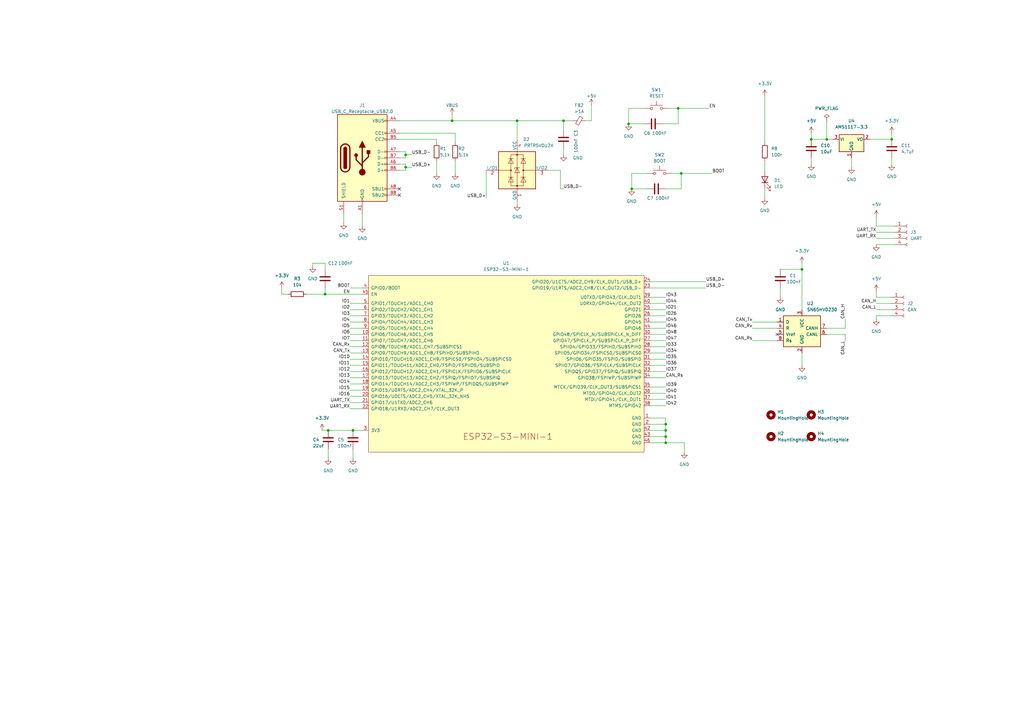
<source format=kicad_sch>
(kicad_sch (version 20211123) (generator eeschema)
  (paper "A3")
  (title_block (title "Remote ID ESP32 S3"))
  (lib_symbols
    (symbol "Connector:Conn_01x04_Female" (pin_names (offset 1.016) hide)
      (property "Reference" "J" (at 0 5.08 0))
      (property "Value" "Conn_01x04_Female" (at 0 -7.62 0))
      (symbol "Conn_01x04_Female_1_1"
        (arc (start 0 -4.572) (mid -0.508 -5.08) (end 0 -5.588) (stroke (width 0.1524)))
        (arc (start 0 -2.032) (mid -0.508 -2.54) (end 0 -3.048) (stroke (width 0.1524)))
        (polyline (pts (xy -1.27 -5.08) (xy -0.508 -5.08)) (stroke (width 0.1524)))
        (polyline (pts (xy -1.27 -2.54) (xy -0.508 -2.54)) (stroke (width 0.1524)))
        (polyline (pts (xy -1.27 0) (xy -0.508 0)) (stroke (width 0.1524)))
        (polyline (pts (xy -1.27 2.54) (xy -0.508 2.54)) (stroke (width 0.1524)))
        (arc (start 0 0.508) (mid -0.508 0) (end 0 -0.508) (stroke (width 0.1524)))
        (arc (start 0 3.048) (mid -0.508 2.54) (end 0 2.032) (stroke (width 0.1524)))
        (pin passive line (at -5.08 2.54 0) (length 3.81) (name "Pin_1") (number "1"))
        (pin passive line (at -5.08 0 0) (length 3.81) (name "Pin_2") (number "2"))
        (pin passive line (at -5.08 -2.54 0) (length 3.81) (name "Pin_3") (number "3"))
        (pin passive line (at -5.08 -5.08 0) (length 3.81) (name "Pin_4") (number "4"))
      )
    )
    (symbol "Connector:USB_C_Receptacle_USB2.0" (pin_names (offset 1.016))
      (property "Reference" "J" (at -10.16 19.05 0))
      (property "Value" "USB_C_Receptacle_USB2.0" (at 19.05 19.05 0))
      (symbol "USB_C_Receptacle_USB2.0_0_0"
        (rectangle (start -0.254 -17.78) (end 0.254 -16.764))
        (rectangle (start 10.16 -14.986) (end 9.144 -15.494))
        (rectangle (start 10.16 -12.446) (end 9.144 -12.954))
        (rectangle (start 10.16 -4.826) (end 9.144 -5.334))
        (rectangle (start 10.16 -2.286) (end 9.144 -2.794))
        (rectangle (start 10.16 0.254) (end 9.144 -0.254))
        (rectangle (start 10.16 2.794) (end 9.144 2.286))
        (rectangle (start 10.16 7.874) (end 9.144 7.366))
        (rectangle (start 10.16 10.414) (end 9.144 9.906))
        (rectangle (start 10.16 15.494) (end 9.144 14.986))
      )
      (symbol "USB_C_Receptacle_USB2.0_0_1"
        (rectangle (start -10.16 17.78) (end 10.16 -17.78) (stroke (width 0.254)) (fill (type background)))
        (arc (start -8.89 -3.81) (mid -6.985 -5.715) (end -5.08 -3.81) (stroke (width 0.508)))
        (arc (start -7.62 -3.81) (mid -6.985 -4.445) (end -6.35 -3.81) (stroke (width 0.254)))
        (arc (start -7.62 -3.81) (mid -6.985 -4.445) (end -6.35 -3.81) (stroke (width 0.254)) (fill (type outline)))
        (rectangle (start -7.62 -3.81) (end -6.35 3.81) (stroke (width 0.254)) (fill (type outline)))
        (arc (start -6.35 3.81) (mid -6.985 4.445) (end -7.62 3.81) (stroke (width 0.254)))
        (arc (start -6.35 3.81) (mid -6.985 4.445) (end -7.62 3.81) (stroke (width 0.254)) (fill (type outline)))
        (arc (start -5.08 3.81) (mid -6.985 5.715) (end -8.89 3.81) (stroke (width 0.508)))
        (circle (center -2.54 1.143) (radius 0.635) (stroke (width 0.254)) (fill (type outline)))
        (circle (center 0 -5.842) (radius 1.27) (fill (type outline)))
        (polyline (pts (xy -8.89 -3.81) (xy -8.89 3.81)) (stroke (width 0.508)))
        (polyline (pts (xy -5.08 3.81) (xy -5.08 -3.81)) (stroke (width 0.508)))
        (polyline (pts (xy 0 -5.842) (xy 0 4.318)) (stroke (width 0.508)))
        (polyline (pts (xy 0 -3.302) (xy -2.54 -0.762) (xy -2.54 0.508)) (stroke (width 0.508)))
        (polyline (pts (xy 0 -2.032) (xy 2.54 0.508) (xy 2.54 1.778)) (stroke (width 0.508)))
        (polyline (pts (xy -1.27 4.318) (xy 0 6.858) (xy 1.27 4.318) (xy -1.27 4.318)) (stroke (width 0.254)) (fill (type outline)))
        (rectangle (start 1.905 1.778) (end 3.175 3.048) (stroke (width 0.254)) (fill (type outline)))
      )
      (symbol "USB_C_Receptacle_USB2.0_1_1"
        (pin passive line (at 0 -22.86 90) (length 5.08) (name "GND") (number "A1"))
        (pin passive line (at 0 -22.86 90) (length 5.08) hide (name "GND") (number "A12"))
        (pin passive line (at 15.24 15.24 180) (length 5.08) (name "VBUS") (number "A4"))
        (pin bidirectional line (at 15.24 10.16 180) (length 5.08) (name "CC1") (number "A5"))
        (pin bidirectional line (at 15.24 -2.54 180) (length 5.08) (name "D+") (number "A6"))
        (pin bidirectional line (at 15.24 2.54 180) (length 5.08) (name "D-") (number "A7"))
        (pin bidirectional line (at 15.24 -12.7 180) (length 5.08) (name "SBU1") (number "A8"))
        (pin passive line (at 15.24 15.24 180) (length 5.08) hide (name "VBUS") (number "A9"))
        (pin passive line (at 0 -22.86 90) (length 5.08) hide (name "GND") (number "B1"))
        (pin passive line (at 0 -22.86 90) (length 5.08) hide (name "GND") (number "B12"))
        (pin passive line (at 15.24 15.24 180) (length 5.08) hide (name "VBUS") (number "B4"))
        (pin bidirectional line (at 15.24 7.62 180) (length 5.08) (name "CC2") (number "B5"))
        (pin bidirectional line (at 15.24 -5.08 180) (length 5.08) (name "D+") (number "B6"))
        (pin bidirectional line (at 15.24 0 180) (length 5.08) (name "D-") (number "B7"))
        (pin bidirectional line (at 15.24 -15.24 180) (length 5.08) (name "SBU2") (number "B8"))
        (pin passive line (at 15.24 15.24 180) (length 5.08) hide (name "VBUS") (number "B9"))
        (pin passive line (at -7.62 -22.86 90) (length 5.08) (name "SHIELD") (number "S1"))
      )
    )
    (symbol "Device:C" (pin_numbers hide) (pin_names (offset 0.254))
      (property "Reference" "C" (at 0.635 2.54 0))
      (property "Value" "C" (at 0.635 -2.54 0))
      (symbol "C_0_1"
        (polyline (pts (xy -2.032 -0.762) (xy 2.032 -0.762)) (stroke (width 0.508)))
        (polyline (pts (xy -2.032 0.762) (xy 2.032 0.762)) (stroke (width 0.508)))
      )
      (symbol "C_1_1"
        (pin passive line (at 0 3.81 270) (length 2.794) (name "~") (number "1"))
        (pin passive line (at 0 -3.81 90) (length 2.794) (name "~") (number "2"))
      )
    )
    (symbol "Device:FerriteBead_Small" (pin_numbers hide) (pin_names (offset 0))
      (property "Reference" "FB" (at 1.905 1.27 0))
      (property "Value" "FerriteBead_Small" (at 1.905 -1.27 0))
      (symbol "FerriteBead_Small_0_1"
        (polyline (pts (xy 0 -1.27) (xy 0 -0.7874)))
        (polyline (pts (xy 0 0.889) (xy 0 1.2954)))
        (polyline (pts (xy -1.8288 0.2794) (xy -1.1176 1.4986) (xy 1.8288 -0.2032) (xy 1.1176 -1.4224) (xy -1.8288 0.2794)))
      )
      (symbol "FerriteBead_Small_1_1"
        (pin passive line (at 0 2.54 270) (length 1.27) (name "~") (number "1"))
        (pin passive line (at 0 -2.54 90) (length 1.27) (name "~") (number "2"))
      )
    )
    (symbol "Device:LED" (pin_numbers hide) (pin_names (offset 1.016) hide)
      (property "Reference" "D" (at 0 2.54 0))
      (property "Value" "LED" (at 0 -2.54 0))
      (symbol "LED_0_1"
        (polyline (pts (xy -1.27 -1.27) (xy -1.27 1.27)) (stroke (width 0.254)))
        (polyline (pts (xy -1.27 0) (xy 1.27 0)))
        (polyline (pts (xy 1.27 -1.27) (xy 1.27 1.27) (xy -1.27 0) (xy 1.27 -1.27)) (stroke (width 0.254)))
        (polyline (pts (xy -3.048 -0.762) (xy -4.572 -2.286) (xy -3.81 -2.286) (xy -4.572 -2.286) (xy -4.572 -1.524)))
        (polyline (pts (xy -1.778 -0.762) (xy -3.302 -2.286) (xy -2.54 -2.286) (xy -3.302 -2.286) (xy -3.302 -1.524)))
      )
      (symbol "LED_1_1"
        (pin passive line (at -3.81 0 0) (length 2.54) (name "K") (number "1"))
        (pin passive line (at 3.81 0 180) (length 2.54) (name "A") (number "2"))
      )
    )
    (symbol "Device:R" (pin_numbers hide) (pin_names (offset 0))
      (property "Reference" "R" (at 2.032 0 90))
      (property "Value" "R" (at 0 0 90))
      (symbol "R_0_1"
        (rectangle (start -1.016 -2.54) (end 1.016 2.54) (stroke (width 0.254)))
      )
      (symbol "R_1_1"
        (pin passive line (at 0 3.81 270) (length 1.27) (name "~") (number "1"))
        (pin passive line (at 0 -3.81 90) (length 1.27) (name "~") (number "2"))
      )
    )
    (symbol "Interface_CAN_LIN:SN65HVD230" (pin_names (offset 1.016))
      (property "Reference" "U" (at -2.54 10.16 0))
      (property "Value" "SN65HVD230" (at -2.54 7.62 0))
      (symbol "SN65HVD230_0_1"
        (rectangle (start -7.62 5.08) (end 7.62 -7.62) (stroke (width 0.254)) (fill (type background)))
      )
      (symbol "SN65HVD230_1_1"
        (pin input line (at -10.16 2.54 0) (length 2.54) (name "D") (number "1"))
        (pin power_in line (at 0 -10.16 90) (length 2.54) (name "GND") (number "2"))
        (pin power_in line (at 0 7.62 270) (length 2.54) (name "VCC") (number "3"))
        (pin output line (at -10.16 0 0) (length 2.54) (name "R") (number "4"))
        (pin output line (at -10.16 -2.54 0) (length 2.54) (name "Vref") (number "5"))
        (pin bidirectional line (at 10.16 -2.54 180) (length 2.54) (name "CANL") (number "6"))
        (pin bidirectional line (at 10.16 0 180) (length 2.54) (name "CANH") (number "7"))
        (pin input line (at -10.16 -5.08 0) (length 2.54) (name "Rs") (number "8"))
      )
    )
    (symbol "Mechanical:MountingHole" (pin_names (offset 1.016))
      (property "Reference" "H" (at 0 5.08 0))
      (property "Value" "MountingHole" (at 0 3.175 0))
      (symbol "MountingHole_0_1"
        (circle (center 0 0) (radius 1.27) (stroke (width 1.27)))
      )
    )
    (symbol "Power_Protection:PRTR5V0U2X" (pin_names (offset 0))
      (property "Reference" "D" (at 2.794 8.636 0))
      (property "Value" "PRTR5V0U2X" (at 8.128 -9.398 0))
      (symbol "PRTR5V0U2X_0_1"
        (rectangle (start -7.62 -7.62) (end 7.62 7.62) (stroke (width 0.254)) (fill (type background)))
        (circle (center -2.54 0) (radius 0.254) (fill (type outline)))
        (rectangle (start -2.54 6.35) (end 2.54 -6.35))
        (circle (center 0 -6.35) (radius 0.254) (fill (type outline)))
        (polyline (pts (xy -2.54 0) (xy -7.62 0)))
        (polyline (pts (xy -1.524 -2.794) (xy -3.556 -2.794)))
        (polyline (pts (xy -1.524 4.826) (xy -3.556 4.826)))
        (polyline (pts (xy 0 -7.62) (xy 0 7.62)))
        (polyline (pts (xy 1.524 -2.794) (xy 3.556 -2.794)))
        (polyline (pts (xy 1.524 4.826) (xy 3.556 4.826)))
        (polyline (pts (xy 2.54 0) (xy 7.62 0)))
        (polyline (pts (xy 1.016 1.016) (xy -1.016 1.016) (xy -1.016 0.508)))
        (polyline (pts (xy -3.556 -4.826) (xy -1.524 -4.826) (xy -2.54 -2.794) (xy -3.556 -4.826)))
        (polyline (pts (xy -3.556 2.794) (xy -1.524 2.794) (xy -2.54 4.826) (xy -3.556 2.794)))
        (polyline (pts (xy -1.016 -1.016) (xy 1.016 -1.016) (xy 0 1.016) (xy -1.016 -1.016)))
        (polyline (pts (xy 3.556 -4.826) (xy 1.524 -4.826) (xy 2.54 -2.794) (xy 3.556 -4.826)))
        (polyline (pts (xy 3.556 2.794) (xy 1.524 2.794) (xy 2.54 4.826) (xy 3.556 2.794)))
        (circle (center 0 6.35) (radius 0.254) (fill (type outline)))
        (circle (center 2.54 0) (radius 0.254) (fill (type outline)))
      )
      (symbol "PRTR5V0U2X_1_1"
        (pin passive line (at 0 -12.7 90) (length 5.08) (name "GND") (number "1"))
        (pin passive line (at -12.7 0 0) (length 5.08) (name "I/O1") (number "2"))
        (pin passive line (at 12.7 0 180) (length 5.08) (name "I/O2") (number "3"))
        (pin passive line (at 0 12.7 270) (length 5.08) (name "VCC") (number "4"))
      )
    )
    (symbol "Regulator_Linear:AMS1117-3.3" (pin_names (offset 0.254))
      (property "Reference" "U" (at -3.81 3.175 0))
      (property "Value" "AMS1117-3.3" (at 0 3.175 0))
      (symbol "AMS1117-3.3_0_1"
        (rectangle (start -5.08 -5.08) (end 5.08 1.905) (stroke (width 0.254)) (fill (type background)))
      )
      (symbol "AMS1117-3.3_1_1"
        (pin power_in line (at 0 -7.62 90) (length 2.54) (name "GND") (number "1"))
        (pin power_out line (at 7.62 0 180) (length 2.54) (name "VO") (number "2"))
        (pin power_in line (at -7.62 0 0) (length 2.54) (name "VI") (number "3"))
      )
    )
    (symbol "Switch:SW_Push" (pin_numbers hide) (pin_names (offset 1.016) hide)
      (property "Reference" "SW" (at 1.27 2.54 0))
      (property "Value" "SW_Push" (at 0 -1.524 0))
      (symbol "SW_Push_0_1"
        (circle (center -2.032 0) (radius 0.508))
        (polyline (pts (xy 0 1.27) (xy 0 3.048)))
        (polyline (pts (xy 2.54 1.27) (xy -2.54 1.27)))
        (circle (center 2.032 0) (radius 0.508))
        (pin passive line (at -5.08 0 0) (length 2.54) (name "1") (number "1"))
        (pin passive line (at 5.08 0 180) (length 2.54) (name "2") (number "2"))
      )
    )
    (symbol "esp32:ESP32-S3-MINI-1" (pin_names (offset 1.016))
      (property "Reference" "U" (at 0 35.56 0))
      (property "Value" "ESP32-S3-MINI-1" (at 0 -39.37 0))
      (symbol "ESP32-S3-MINI-1_0_0"
        (rectangle (start -57.15 34.29) (end 55.88 -38.1) (fill (type background)))
        (text "ESP32-S3-MINI-1" (at 0 -31.75 0) (effects (font (size 2.54 2.54))))
        (pin power_in line (at 58.42 -24.13 180) (length 2.54) (name "GND") (number "1"))
        (pin bidirectional line (at -59.69 10.16 0) (length 2.54) (name "GPIO6/TOUCH6/ADC1_CH5") (number "10"))
        (pin bidirectional line (at -59.69 7.62 0) (length 2.54) (name "GPIO7/TOUCH7/ADC1_CH6") (number "11"))
        (pin bidirectional line (at -59.69 5.08 0) (length 2.54) (name "GPIO8/TOUCH8/ADC1_CH7/SUBSPICS1") (number "12"))
        (pin bidirectional line (at -59.69 2.54 0) (length 2.54) (name "GPIO9/TOUCH9/ADC1_CH8/FSPIHD/SUBSPIHD") (number "13"))
        (pin bidirectional line (at -59.69 0 0) (length 2.54) (name "GPIO10/TOUCH10/ADC1_CH9/FSPICS0/FSPIIO4/SUBSPICS0") (number "14"))
        (pin bidirectional line (at -59.69 -2.54 0) (length 2.54) (name "GPIO11/TOUCH11/ADC2_CH0/FSPID/FSPIIO5/SUBSPID") (number "15"))
        (pin bidirectional line (at -59.69 -5.08 0) (length 2.54) (name "GPIO12/TOUCH12/ADC2_CH1/FSPICLK/FSPIIO6/SUBSPICLK") (number "16"))
        (pin bidirectional line (at -59.69 -7.62 0) (length 2.54) (name "GPIO13/TOUCH13/ADC2_CH2/FSPIQ/FSPIIO7/SUBSPIQ") (number "17"))
        (pin bidirectional line (at -59.69 -10.16 0) (length 2.54) (name "GPIO14/TOUCH14/ADC2_CH3/FSPIWP/FSPIDQS/SUBSPIWP") (number "18"))
        (pin bidirectional line (at -59.69 -12.7 0) (length 2.54) (name "GPIO15/U0RTS/ADC2_CH4/XTAL_32K_P") (number "19"))
        (pin power_in line (at 58.42 -26.67 180) (length 2.54) (name "GND") (number "2"))
        (pin bidirectional line (at -59.69 -15.24 0) (length 2.54) (name "GPIO16/U0CTS/ADC2_CH5/XTAL_32K_NH5") (number "20"))
        (pin bidirectional line (at -59.69 -17.78 0) (length 2.54) (name "GPIO17/U1TXD/ADC2_CH6") (number "21"))
        (pin bidirectional line (at -59.69 -20.32 0) (length 2.54) (name "GPIO18/U1RXD/ADC2_CH7/CLK_OUT3") (number "22"))
        (pin bidirectional line (at 58.42 29.21 180) (length 2.54) (name "GPIO19/U1RTS/ADC2_CH8/CLK_OUT2/USB_D-") (number "23"))
        (pin bidirectional line (at 58.42 31.75 180) (length 2.54) (name "GPIO20/U1CTS/ADC2_CH9/CLK_OUT1/USB_D+") (number "24"))
        (pin bidirectional line (at 58.42 20.32 180) (length 2.54) (name "GPIO21") (number "25"))
        (pin bidirectional line (at 58.42 17.78 180) (length 2.54) (name "GPIO26") (number "26"))
        (pin bidirectional line (at 58.42 7.62 180) (length 2.54) (name "GPIO47/SPICLK_P/SUBSPICLK_P_DIFF") (number "27"))
        (pin bidirectional line (at 58.42 5.08 180) (length 2.54) (name "SPIIO4/GPIO33/FSPIHD/SUBSPIHD") (number "28"))
        (pin bidirectional line (at 58.42 2.54 180) (length 2.54) (name "SPIIO5/GPIO34/FSPICS0/SUBSPICS0") (number "29"))
        (pin power_in line (at -59.69 -29.21 0) (length 2.54) (name "3V3") (number "3"))
        (pin bidirectional line (at 58.42 10.16 180) (length 2.54) (name "GPIO48/SPICLK_N/SUBSPICLK_N_DIFF") (number "30"))
        (pin bidirectional line (at 58.42 0 180) (length 2.54) (name "SPIIO6/GPIO35/FSPID/SUBSPID") (number "31"))
        (pin bidirectional line (at 58.42 -2.54 180) (length 2.54) (name "SPIIO7/GPIO36/FSPICLK/SUBSPICLK") (number "32"))
        (pin bidirectional line (at 58.42 -5.08 180) (length 2.54) (name "SPIDQS/GPIO37/FSPIQ/SUBSPIQ") (number "33"))
        (pin bidirectional line (at 58.42 -7.62 180) (length 2.54) (name "GPIO38/FSPIWP/SUBSPIWP") (number "34"))
        (pin bidirectional line (at 58.42 -11.43 180) (length 2.54) (name "MTCK/GPIO39/CLK_OUT3/SUBSPICS1") (number "35"))
        (pin bidirectional line (at 58.42 -13.97 180) (length 2.54) (name "MTDO/GPIO40/CLK_OUT2") (number "36"))
        (pin bidirectional line (at 58.42 -16.51 180) (length 2.54) (name "MTDI/GPIO41/CLK_OUT1") (number "37"))
        (pin bidirectional line (at 58.42 -19.05 180) (length 2.54) (name "MTMS/GPIO42") (number "38"))
        (pin bidirectional line (at 58.42 25.4 180) (length 2.54) (name "U0TXD/GPIO43/CLK_OUT1") (number "39"))
        (pin bidirectional line (at -59.69 29.21 0) (length 2.54) (name "GPIO0/BOOT") (number "4"))
        (pin bidirectional line (at 58.42 22.86 180) (length 2.54) (name "U0RXD/GPIO44/CLK_OUT2") (number "40"))
        (pin bidirectional line (at 58.42 15.24 180) (length 2.54) (name "GPIO45") (number "41"))
        (pin power_in line (at 58.42 -29.21 180) (length 2.54) (name "GND") (number "42"))
        (pin power_in line (at 58.42 -31.75 180) (length 2.54) (name "GND") (number "43"))
        (pin bidirectional line (at 58.42 12.7 180) (length 2.54) (name "GPIO46") (number "44"))
        (pin input line (at -59.69 26.67 0) (length 2.54) (name "EN") (number "45"))
        (pin power_in line (at 58.42 -34.29 180) (length 2.54) (name "GND") (number "46"))
        (pin bidirectional line (at -59.69 22.86 0) (length 2.54) (name "GPIO1/TOUCH1/ADC1_CH0") (number "5"))
        (pin bidirectional line (at -59.69 20.32 0) (length 2.54) (name "GPIO2/TOUCH2/ADC1_CH1") (number "6"))
        (pin bidirectional line (at -59.69 17.78 0) (length 2.54) (name "GPIO3/TOUCH3/ADC1_CH2") (number "7"))
        (pin bidirectional line (at -59.69 15.24 0) (length 2.54) (name "GPIO4/TOUCH4/ADC1_CH3") (number "8"))
        (pin bidirectional line (at -59.69 12.7 0) (length 2.54) (name "GPIO5/TOUCH5/ADC1_CH4") (number "9"))
      )
    )
    (symbol "power:+3.3V" (power) (pin_names (offset 0))
      (property "Value" "+3.3V" (at 0 3.556 0))
      (symbol "+3.3V_0_1"
        (polyline (pts (xy -0.762 1.27) (xy 0 2.54)))
        (polyline (pts (xy 0 0) (xy 0 2.54)))
        (polyline (pts (xy 0 2.54) (xy 0.762 1.27)))
      )
      (symbol "+3.3V_1_1"
        (pin power_in line (at 0 0 90) (length 0) hide (name "+3.3V") (number "1"))
      )
    )
    (symbol "power:+5V" (power) (pin_names (offset 0))
      (property "Value" "+5V" (at 0 3.556 0))
      (symbol "+5V_0_1"
        (polyline (pts (xy -0.762 1.27) (xy 0 2.54)))
        (polyline (pts (xy 0 0) (xy 0 2.54)))
        (polyline (pts (xy 0 2.54) (xy 0.762 1.27)))
      )
      (symbol "+5V_1_1"
        (pin power_in line (at 0 0 90) (length 0) hide (name "+5V") (number "1"))
      )
    )
    (symbol "power:GND" (power) (pin_names (offset 0))
      (property "Value" "GND" (at 0 -3.81 0))
      (symbol "GND_0_1"
        (polyline (pts (xy 0 0) (xy 0 -1.27) (xy 1.27 -1.27) (xy 0 -2.54) (xy -1.27 -1.27) (xy 0 -1.27)))
      )
      (symbol "GND_1_1"
        (pin power_in line (at 0 0 270) (length 0) hide (name "GND") (number "1"))
      )
    )
    (symbol "power:PWR_FLAG" (power) (pin_numbers hide) (pin_names (offset 0) hide)
      (property "Value" "PWR_FLAG" (at 0 3.81 0))
      (symbol "PWR_FLAG_0_0"
        (pin power_out line (at 0 0 90) (length 0) (name "pwr") (number "1"))
      )
      (symbol "PWR_FLAG_0_1"
        (polyline (pts (xy 0 0) (xy 0 1.27) (xy -1.016 1.905) (xy 0 2.54) (xy 1.016 1.905) (xy 0 1.27)))
      )
    )
    (symbol "power:VBUS" (power) (pin_names (offset 0))
      (property "Value" "VBUS" (at 0 3.81 0))
      (symbol "VBUS_0_1"
        (polyline (pts (xy -0.762 1.27) (xy 0 2.54)))
        (polyline (pts (xy 0 0) (xy 0 2.54)))
        (polyline (pts (xy 0 2.54) (xy 0.762 1.27)))
      )
      (symbol "VBUS_1_1"
        (pin power_in line (at 0 0 90) (length 0) hide (name "VBUS") (number "1"))
      )
    )
  )
  (junction (at 257.81 50.8))
  (junction (at 279.4 71.12))
  (junction (at 332.74 57.15))
  (junction (at 134.62 176.53))
  (junction (at 273.05 181.61))
  (junction (at 273.05 173.99))
  (junction (at 273.05 179.07))
  (junction (at 166.37 63.5))
  (junction (at 166.37 68.58))
  (junction (at 133.35 120.65))
  (junction (at 339.09 57.15))
  (junction (at 231.14 49.53))
  (junction (at 144.78 176.53))
  (junction (at 278.13 44.45))
  (junction (at 273.05 176.53))
  (junction (at 185.42 49.53))
  (junction (at 212.09 49.53))
  (junction (at 365.76 57.15))
  (junction (at 328.93 110.49))
  (junction (at 259.08 77.47))
  (no_connect (at 318.77 137.16))
  (no_connect (at 163.83 77.47))
  (no_connect (at 163.83 80.01))
  (wire (pts (xy 143.51 162.56) (xy 148.59 162.56)))
  (wire (pts (xy 266.7 147.32) (xy 273.05 147.32)))
  (wire (pts (xy 186.69 54.61) (xy 186.69 58.42)))
  (wire (pts (xy 365.76 64.77) (xy 365.76 67.31)))
  (wire (pts (xy 179.07 57.15) (xy 179.07 58.42)))
  (wire (pts (xy 266.7 129.54) (xy 273.05 129.54)))
  (wire (pts (xy 179.07 66.04) (xy 179.07 71.12)))
  (wire (pts (xy 266.7 127) (xy 273.05 127)))
  (wire (pts (xy 143.51 132.08) (xy 148.59 132.08)))
  (wire (pts (xy 266.7 179.07) (xy 273.05 179.07)))
  (wire (pts (xy 328.93 144.78) (xy 328.93 149.86)))
  (wire (pts (xy 143.51 152.4) (xy 148.59 152.4)))
  (wire (pts (xy 275.59 71.12) (xy 279.4 71.12)))
  (wire (pts (xy 163.83 67.31) (xy 166.37 67.31)))
  (wire (pts (xy 143.51 154.94) (xy 148.59 154.94)))
  (wire (pts (xy 266.7 132.08) (xy 273.05 132.08)))
  (wire (pts (xy 224.79 69.85) (xy 229.87 69.85)))
  (wire (pts (xy 356.87 57.15) (xy 365.76 57.15)))
  (wire (pts (xy 349.25 64.77) (xy 349.25 68.58)))
  (wire (pts (xy 143.51 127) (xy 148.59 127)))
  (wire (pts (xy 166.37 68.58) (xy 166.37 69.85)))
  (wire (pts (xy 273.05 77.47) (xy 279.4 77.47)))
  (wire (pts (xy 266.7 134.62) (xy 273.05 134.62)))
  (wire (pts (xy 273.05 176.53) (xy 273.05 179.07)))
  (wire (pts (xy 143.51 142.24) (xy 148.59 142.24)))
  (wire (pts (xy 359.41 129.54) (xy 365.76 129.54)))
  (wire (pts (xy 359.41 129.54) (xy 359.41 130.81)))
  (wire (pts (xy 166.37 62.23) (xy 166.37 63.5)))
  (wire (pts (xy 163.83 64.77) (xy 166.37 64.77)))
  (wire (pts (xy 266.7 124.46) (xy 273.05 124.46)))
  (wire (pts (xy 339.09 57.15) (xy 341.63 57.15)))
  (wire (pts (xy 273.05 179.07) (xy 273.05 181.61)))
  (wire (pts (xy 328.93 107.95) (xy 328.93 110.49)))
  (wire (pts (xy 346.71 137.16) (xy 346.71 139.7)))
  (wire (pts (xy 266.7 144.78) (xy 273.05 144.78)))
  (wire (pts (xy 266.7 173.99) (xy 273.05 173.99)))
  (wire (pts (xy 339.09 49.53) (xy 339.09 57.15)))
  (wire (pts (xy 271.78 50.8) (xy 278.13 50.8)))
  (wire (pts (xy 359.41 97.79) (xy 367.03 97.79)))
  (wire (pts (xy 264.16 44.45) (xy 257.81 44.45)))
  (wire (pts (xy 229.87 69.85) (xy 229.87 77.47)))
  (wire (pts (xy 266.7 166.37) (xy 273.05 166.37)))
  (wire (pts (xy 163.83 54.61) (xy 186.69 54.61)))
  (wire (pts (xy 199.39 81.28) (xy 199.39 69.85)))
  (wire (pts (xy 266.7 176.53) (xy 273.05 176.53)))
  (wire (pts (xy 257.81 44.45) (xy 257.81 50.8)))
  (wire (pts (xy 359.41 127) (xy 365.76 127)))
  (wire (pts (xy 242.57 43.18) (xy 242.57 49.53)))
  (wire (pts (xy 359.41 92.71) (xy 367.03 92.71)))
  (wire (pts (xy 346.71 130.81) (xy 346.71 134.62)))
  (wire (pts (xy 231.14 49.53) (xy 231.14 53.34)))
  (wire (pts (xy 266.7 152.4) (xy 273.05 152.4)))
  (wire (pts (xy 266.7 161.29) (xy 273.05 161.29)))
  (wire (pts (xy 143.51 129.54) (xy 148.59 129.54)))
  (wire (pts (xy 143.51 139.7) (xy 148.59 139.7)))
  (wire (pts (xy 359.41 124.46) (xy 365.76 124.46)))
  (wire (pts (xy 166.37 63.5) (xy 168.91 63.5)))
  (wire (pts (xy 359.41 95.25) (xy 367.03 95.25)))
  (wire (pts (xy 320.04 110.49) (xy 328.93 110.49)))
  (wire (pts (xy 266.7 139.7) (xy 273.05 139.7)))
  (wire (pts (xy 166.37 68.58) (xy 168.91 68.58)))
  (wire (pts (xy 163.83 57.15) (xy 179.07 57.15)))
  (wire (pts (xy 313.69 77.47) (xy 313.69 81.28)))
  (wire (pts (xy 278.13 44.45) (xy 290.83 44.45)))
  (wire (pts (xy 144.78 184.15) (xy 144.78 187.96)))
  (wire (pts (xy 278.13 44.45) (xy 278.13 50.8)))
  (wire (pts (xy 273.05 171.45) (xy 273.05 173.99)))
  (wire (pts (xy 163.83 69.85) (xy 166.37 69.85)))
  (wire (pts (xy 266.7 181.61) (xy 273.05 181.61)))
  (wire (pts (xy 229.87 77.47) (xy 231.14 77.47)))
  (wire (pts (xy 143.51 147.32) (xy 148.59 147.32)))
  (wire (pts (xy 134.62 184.15) (xy 134.62 187.96)))
  (wire (pts (xy 140.97 87.63) (xy 140.97 91.44)))
  (wire (pts (xy 266.7 118.11) (xy 289.56 118.11)))
  (wire (pts (xy 143.51 124.46) (xy 148.59 124.46)))
  (wire (pts (xy 143.51 134.62) (xy 148.59 134.62)))
  (wire (pts (xy 266.7 121.92) (xy 273.05 121.92)))
  (wire (pts (xy 266.7 154.94) (xy 273.05 154.94)))
  (wire (pts (xy 339.09 137.16) (xy 346.71 137.16)))
  (wire (pts (xy 166.37 67.31) (xy 166.37 68.58)))
  (wire (pts (xy 359.41 100.33) (xy 367.03 100.33)))
  (wire (pts (xy 143.51 167.64) (xy 148.59 167.64)))
  (wire (pts (xy 144.78 176.53) (xy 148.59 176.53)))
  (wire (pts (xy 359.41 119.38) (xy 359.41 121.92)))
  (wire (pts (xy 133.35 107.95) (xy 128.27 107.95)))
  (wire (pts (xy 257.81 50.8) (xy 264.16 50.8)))
  (wire (pts (xy 273.05 181.61) (xy 280.67 181.61)))
  (wire (pts (xy 365.76 54.61) (xy 365.76 57.15)))
  (wire (pts (xy 143.51 118.11) (xy 148.59 118.11)))
  (wire (pts (xy 148.59 87.63) (xy 148.59 92.71)))
  (wire (pts (xy 274.32 44.45) (xy 278.13 44.45)))
  (wire (pts (xy 115.57 118.11) (xy 115.57 120.65)))
  (wire (pts (xy 266.7 163.83) (xy 273.05 163.83)))
  (wire (pts (xy 359.41 88.9) (xy 359.41 92.71)))
  (wire (pts (xy 186.69 66.04) (xy 186.69 71.12)))
  (wire (pts (xy 143.51 160.02) (xy 148.59 160.02)))
  (wire (pts (xy 118.11 120.65) (xy 115.57 120.65)))
  (wire (pts (xy 163.83 62.23) (xy 166.37 62.23)))
  (wire (pts (xy 259.08 77.47) (xy 265.43 77.47)))
  (wire (pts (xy 308.61 132.08) (xy 318.77 132.08)))
  (wire (pts (xy 143.51 157.48) (xy 148.59 157.48)))
  (wire (pts (xy 231.14 60.96) (xy 231.14 63.5)))
  (wire (pts (xy 128.27 107.95) (xy 128.27 109.22)))
  (wire (pts (xy 266.7 158.75) (xy 273.05 158.75)))
  (wire (pts (xy 212.09 49.53) (xy 212.09 57.15)))
  (wire (pts (xy 313.69 39.37) (xy 313.69 58.42)))
  (wire (pts (xy 212.09 82.55) (xy 212.09 83.82)))
  (wire (pts (xy 185.42 46.99) (xy 185.42 49.53)))
  (wire (pts (xy 133.35 118.11) (xy 133.35 120.65)))
  (wire (pts (xy 308.61 139.7) (xy 318.77 139.7)))
  (wire (pts (xy 320.04 118.11) (xy 320.04 121.92)))
  (wire (pts (xy 266.7 171.45) (xy 273.05 171.45)))
  (wire (pts (xy 125.73 120.65) (xy 133.35 120.65)))
  (wire (pts (xy 332.74 54.61) (xy 332.74 57.15)))
  (wire (pts (xy 231.14 49.53) (xy 234.95 49.53)))
  (wire (pts (xy 143.51 144.78) (xy 148.59 144.78)))
  (wire (pts (xy 212.09 49.53) (xy 231.14 49.53)))
  (wire (pts (xy 359.41 121.92) (xy 365.76 121.92)))
  (wire (pts (xy 259.08 71.12) (xy 259.08 77.47)))
  (wire (pts (xy 328.93 110.49) (xy 328.93 127)))
  (wire (pts (xy 265.43 71.12) (xy 259.08 71.12)))
  (wire (pts (xy 266.7 115.57) (xy 289.56 115.57)))
  (wire (pts (xy 132.08 176.53) (xy 134.62 176.53)))
  (wire (pts (xy 143.51 165.1) (xy 148.59 165.1)))
  (wire (pts (xy 143.51 137.16) (xy 148.59 137.16)))
  (wire (pts (xy 134.62 176.53) (xy 144.78 176.53)))
  (wire (pts (xy 273.05 173.99) (xy 273.05 176.53)))
  (wire (pts (xy 185.42 49.53) (xy 212.09 49.53)))
  (wire (pts (xy 133.35 110.49) (xy 133.35 107.95)))
  (wire (pts (xy 185.42 49.53) (xy 163.83 49.53)))
  (wire (pts (xy 279.4 71.12) (xy 292.1 71.12)))
  (wire (pts (xy 240.03 49.53) (xy 242.57 49.53)))
  (wire (pts (xy 280.67 185.42) (xy 280.67 181.61)))
  (wire (pts (xy 133.35 120.65) (xy 148.59 120.65)))
  (wire (pts (xy 143.51 149.86) (xy 148.59 149.86)))
  (wire (pts (xy 279.4 71.12) (xy 279.4 77.47)))
  (wire (pts (xy 266.7 137.16) (xy 273.05 137.16)))
  (wire (pts (xy 332.74 64.77) (xy 332.74 67.31)))
  (wire (pts (xy 266.7 149.86) (xy 273.05 149.86)))
  (wire (pts (xy 266.7 142.24) (xy 273.05 142.24)))
  (wire (pts (xy 166.37 63.5) (xy 166.37 64.77)))
  (wire (pts (xy 339.09 134.62) (xy 346.71 134.62)))
  (wire (pts (xy 332.74 57.15) (xy 339.09 57.15)))
  (wire (pts (xy 313.69 66.04) (xy 313.69 69.85)))
  (wire (pts (xy 308.61 134.62) (xy 318.77 134.62)))
  (label "IO45" (at 273.05 132.08 0))
  (label "USB_D+" (at 199.39 81.28 180))
  (label "IO44" (at 273.05 124.46 0))
  (label "IO35" (at 273.05 147.32 0))
  (label "IO1" (at 143.51 124.46 180))
  (label "IO6" (at 143.51 137.16 180))
  (label "IO11" (at 143.51 149.86 180))
  (label "CAN_Rx" (at 308.61 134.62 180))
  (label "IO15" (at 143.51 160.02 180))
  (label "IO2" (at 143.51 127 180))
  (label "IO41" (at 273.05 163.83 0))
  (label "CAN_L" (at 346.71 139.7 270))
  (label "IO16" (at 143.51 162.56 180))
  (label "USB_D-" (at 231.14 77.47 0))
  (label "BOOT" (at 143.51 118.11 180))
  (label "USB_D+" (at 168.91 68.58 0))
  (label "IO43" (at 273.05 121.92 0))
  (label "IO48" (at 273.05 137.16 0))
  (label "IO21" (at 273.05 127 0))
  (label "BOOT" (at 292.1 71.12 0))
  (label "IO46" (at 273.05 134.62 0))
  (label "IO36" (at 273.05 149.86 0))
  (label "CAN_Rs" (at 308.61 139.7 180))
  (label "USB_D-" (at 289.56 118.11 0))
  (label "IO34" (at 273.05 144.78 0))
  (label "CAN_Rx" (at 143.51 142.24 180))
  (label "IO33" (at 273.05 142.24 0))
  (label "USB_D+" (at 289.56 115.57 0))
  (label "UART_TX" (at 359.41 95.25 180))
  (label "IO14" (at 143.51 157.48 180))
  (label "IO5" (at 143.51 134.62 180))
  (label "EN" (at 143.51 120.65 180))
  (label "CAN_Rs" (at 273.05 154.94 0))
  (label "CAN_H" (at 359.41 124.46 180))
  (label "IO10" (at 143.51 147.32 180))
  (label "UART_RX" (at 359.41 97.79 180))
  (label "IO7" (at 143.51 139.7 180))
  (label "IO37" (at 273.05 152.4 0))
  (label "CAN_Tx" (at 308.61 132.08 180))
  (label "CAN_H" (at 346.71 130.81 90))
  (label "EN" (at 290.83 44.45 0))
  (label "IO40" (at 273.05 161.29 0))
  (label "CAN_Tx" (at 143.51 144.78 180))
  (label "IO4" (at 143.51 132.08 180))
  (label "IO42" (at 273.05 166.37 0))
  (label "IO12" (at 143.51 152.4 180))
  (label "IO39" (at 273.05 158.75 0))
  (label "IO47" (at 273.05 139.7 0))
  (label "IO26" (at 273.05 129.54 0))
  (label "USB_D-" (at 168.91 63.5 0))
  (label "UART_RX" (at 143.51 167.64 180))
  (label "UART_TX" (at 143.51 165.1 180))
  (label "IO13" (at 143.51 154.94 180))
  (label "IO3" (at 143.51 129.54 180))
  (label "CAN_L" (at 359.41 127 180))
  (symbol (lib_id "power:GND") (at 186.69 71.12 0) (unit 1)
    (property "Reference" "#PWR08" (effects hide))
    (property "Value" "GND" (at 186.69 76.2 0))
  )
  (symbol (lib_id "Device:C") (at 144.78 180.34 0) (unit 1)
    (property "Reference" "C5" (at 138.43 180.34 0) (effects (justify left)))
    (property "Value" "100nF" (at 138.43 182.88 0) (effects (justify left)))
    (property "Footprint" "Capacitor_SMD:C_0805_2012Metric" (effects hide))
    (property "MPN" "C14663" (effects hide))
    (property "LCSC" "C14663" (effects hide))
  )
  (symbol (lib_id "Interface_CAN_LIN:SN65HVD230") (at 328.93 134.62 0) (unit 1)
    (property "Reference" "U2" (at 330.9494 124.46 0) (effects (justify left)))
    (property "Value" "SN65HVD230" (at 330.9494 127 0) (effects (justify left)))
    (property "Footprint" "Package_SO:SOIC-8_3.9x4.9mm_P1.27mm" (effects hide))
    (property "Datasheet" "http://www.ti.com/lit/ds/symlink/sn65hvd230.pdf" (effects hide))
    (property "LCSC" "C12084" (effects hide))
    (property "MPN" "C12084" (effects hide))
  )
  (symbol (lib_id "power:GND") (at 212.09 83.82 0) (unit 1)
    (property "Reference" "#PWR020" (effects hide))
    (property "Value" "GND" (at 212.09 88.9 0))
  )
  (symbol (lib_id "power:GND") (at 179.07 71.12 0) (unit 1)
    (property "Reference" "#PWR05" (effects hide))
    (property "Value" "GND" (at 179.07 76.2 0))
  )
  (symbol (lib_id "Device:C") (at 133.35 114.3 0) (mirror y) (unit 1)
    (property "Reference" "C12" (at 138.43 107.95 0) (effects (justify left)))
    (property "Value" "100nF" (at 144.78 107.95 0) (effects (justify left)))
    (property "Footprint" "Capacitor_SMD:C_0805_2012Metric" (effects hide))
  )
  (symbol (lib_id "Device:R") (at 186.69 62.23 0) (unit 1)
    (property "Reference" "R2" (at 187.96 60.96 0) (effects (justify left)))
    (property "Value" "5.1k" (at 187.96 63.5 0) (effects (justify left)))
    (property "Footprint" "Resistor_SMD:R_0603_1608Metric" (effects hide))
  )
  (symbol (lib_id "power:GND") (at 359.41 100.33 0) (unit 1)
    (property "Reference" "#PWR028" (effects hide))
    (property "Value" "GND" (at 359.41 105.41 0))
  )
  (symbol (lib_id "power:GND") (at 332.74 67.31 0) (unit 1)
    (property "Reference" "#PWR023" (effects hide))
    (property "Value" "GND" (at 332.74 72.39 0))
  )
  (symbol (lib_id "power:GND") (at 349.25 68.58 0) (unit 1)
    (property "Reference" "#PWR024" (effects hide))
    (property "Value" "GND" (at 349.25 73.66 0))
  )
  (symbol (lib_id "power:GND") (at 320.04 121.92 0) (unit 1)
    (property "Reference" "#PWR02" (effects hide))
    (property "Value" "GND" (at 320.04 127 0))
  )
  (symbol (lib_id "power:+5V") (at 242.57 43.18 0) (unit 1)
    (property "Reference" "#PWR014" (effects hide))
    (property "Value" "+5V" (at 242.57 39.37 0))
  )
  (symbol (lib_id "Device:R") (at 179.07 62.23 0) (unit 1)
    (property "Reference" "R1" (at 180.34 60.96 0) (effects (justify left)))
    (property "Value" "5.1k" (at 180.34 63.5 0) (effects (justify left)))
    (property "Footprint" "Resistor_SMD:R_0603_1608Metric" (effects hide))
  )
  (symbol (lib_id "power:+3.3V") (at 115.57 118.11 0) (mirror y) (unit 1)
    (property "Reference" "#PWR031" (effects hide))
    (property "Value" "+3.3V" (at 115.57 113.03 0))
  )
  (symbol (lib_id "power:+5V") (at 359.41 119.38 0) (unit 1)
    (property "Reference" "#PWR029" (effects hide))
    (property "Value" "+5V" (at 359.41 114.3 0))
  )
  (symbol (lib_id "Device:C") (at 134.62 180.34 0) (unit 1)
    (property "Reference" "C4" (at 128.27 180.34 0) (effects (justify left)))
    (property "Value" "22uF" (at 128.27 182.88 0) (effects (justify left)))
    (property "Footprint" "Capacitor_SMD:C_0805_2012Metric" (effects hide))
  )
  (symbol (lib_id "power:+3.3V") (at 132.08 176.53 0) (unit 1)
    (property "Reference" "#PWR010" (effects hide))
    (property "Value" "+3.3V" (at 132.08 171.45 0))
  )
  (symbol (lib_id "power:GND") (at 257.81 50.8 0) (unit 1)
    (property "Reference" "#PWR015" (effects hide))
    (property "Value" "GND" (at 257.81 55.88 0))
  )
  (symbol (lib_id "Switch:SW_Push") (at 269.24 44.45 0) (unit 1)
    (property "Reference" "SW1" (at 269.24 36.83 0))
    (property "Value" "RESET" (at 269.24 39.37 0))
    (property "Footprint" "Autrik:Alps_SKRK" (effects hide))
    (property "MPN" "C115357" (effects hide))
    (property "LCSC" "C115357" (effects hide))
  )
  (symbol (lib_id "Device:FerriteBead_Small") (at 237.49 49.53 270) (unit 1)
    (property "Reference" "FB2" (at 237.5281 43.18 90))
    (property "Value" ">1A" (at 237.5281 45.72 90))
    (property "Footprint" "C_0603_1608Metric" (effects hide))
    (property "MPN" "C85831" (effects hide))
    (property "LCSC" "C85831" (effects hide))
  )
  (symbol (lib_id "power:GND") (at 328.93 149.86 0) (unit 1)
    (property "Reference" "#PWR04" (effects hide))
    (property "Value" "GND" (at 328.93 154.94 0))
  )
  (symbol (lib_id "Mechanical:MountingHole") (at 332.74 170.18 0) (unit 1)
    (property "Reference" "H3" (at 335.28 168.9099 0) (effects (justify left)))
    (property "Value" "MountingHole" (at 335.28 171.4499 0) (effects (justify left)))
    (property "Footprint" "MountingHole:MountingHole_2.7mm_M2.5" (effects hide))
  )
  (symbol (lib_id "power:GND") (at 140.97 91.44 0) (unit 1)
    (property "Reference" "#PWR06" (effects hide))
    (property "Value" "GND" (at 140.97 96.52 0))
  )
  (symbol (lib_id "Mechanical:MountingHole") (at 316.23 170.18 0) (unit 1)
    (property "Reference" "H1" (at 318.77 168.9099 0) (effects (justify left)))
    (property "Value" "MountingHole" (at 318.77 171.4499 0) (effects (justify left)))
    (property "Footprint" "MountingHole:MountingHole_2.7mm_M2.5" (effects hide))
  )
  (symbol (lib_id "Power_Protection:PRTR5V0U2X") (at 212.09 69.85 0) (unit 1)
    (property "Reference" "D2" (at 215.9 57.15 0))
    (property "Value" "PRTR5V0U2X" (at 220.98 59.69 0))
    (property "Footprint" "Package_TO_SOT_SMD:SOT-143" (effects hide))
    (property "Datasheet" "https://assets.nexperia.com/documents/data-sheet/PRTR5V0U2X.pdf" (effects hide))
  )
  (symbol (lib_id "Device:LED") (at 313.69 73.66 90) (unit 1)
    (property "Reference" "D1" (at 317.5 73.9774 90) (effects (justify right)))
    (property "Value" "LED" (at 317.5 76.5174 90) (effects (justify right)))
    (property "Footprint" "LED_SMD:LED_0603_1608Metric" (effects hide))
    (property "LCSC" "C205445" (effects hide))
    (property "MPN" "C205445" (effects hide))
  )
  (symbol (lib_id "power:GND") (at 280.67 185.42 0) (unit 1)
    (property "Reference" "#PWR019" (effects hide))
    (property "Value" "GND" (at 280.67 190.5 0))
  )
  (symbol (lib_id "power:PWR_FLAG") (at 339.09 49.53 0) (unit 1)
    (property "Reference" "#FLG0101" (effects hide))
    (property "Value" "PWR_FLAG" (at 339.09 44.45 0))
  )
  (symbol (lib_id "power:GND") (at 313.69 81.28 0) (unit 1)
    (property "Reference" "#PWR018" (effects hide))
    (property "Value" "GND" (at 313.69 86.36 0))
  )
  (symbol (lib_id "Connector:Conn_01x04_Female") (at 370.84 124.46 0) (unit 1)
    (property "Reference" "J2" (at 372.11 124.4599 0) (effects (justify left)))
    (property "Value" "CAN" (at 372.11 126.9999 0) (effects (justify left)))
    (property "Footprint" "Connector_PinSocket_2.54mm:PinSocket_1x04_P2.54mm_Vertical" (effects hide))
  )
  (symbol (lib_id "power:GND") (at 365.76 67.31 0) (unit 1)
    (property "Reference" "#PWR026" (effects hide))
    (property "Value" "GND" (at 365.76 72.39 0))
  )
  (symbol (lib_id "Device:C") (at 320.04 114.3 0) (unit 1)
    (property "Reference" "C1" (at 323.85 113.0299 0) (effects (justify left)))
    (property "Value" "100nF" (at 322.58 115.57 0) (effects (justify left)))
    (property "Footprint" "Capacitor_SMD:C_0805_2012Metric" (effects hide))
  )
  (symbol (lib_id "power:GND") (at 231.14 63.5 0) (unit 1)
    (property "Reference" "#PWR09" (effects hide))
    (property "Value" "GND" (at 234.95 64.7699 0) (effects (justify left)))
  )
  (symbol (lib_id "Device:C") (at 267.97 50.8 270) (unit 1)
    (property "Reference" "C6" (at 265.43 54.61 90))
    (property "Value" "100nF" (at 270.51 54.61 90))
    (property "Footprint" "Capacitor_SMD:C_0805_2012Metric" (effects hide))
    (property "MPN" "C14663" (effects hide))
    (property "LCSC" "C14663" (effects hide))
  )
  (symbol (lib_id "power:GND") (at 359.41 130.81 0) (unit 1)
    (property "Reference" "#PWR030" (effects hide))
    (property "Value" "GND" (at 359.41 135.89 0))
  )
  (symbol (lib_id "Mechanical:MountingHole") (at 332.74 179.07 0) (unit 1)
    (property "Reference" "H4" (at 335.28 177.7999 0) (effects (justify left)))
    (property "Value" "MountingHole" (at 335.28 180.3399 0) (effects (justify left)))
    (property "Footprint" "MountingHole:MountingHole_2.7mm_M2.5" (effects hide))
  )
  (symbol (lib_id "esp32:ESP32-S3-MINI-1") (at 208.28 147.32 0) (unit 1)
    (property "Reference" "U1" (at 207.645 107.95 0))
    (property "Value" "ESP32-S3-MINI-1" (at 207.645 110.49 0))
    (property "Footprint" "Espressif:ESP32-S3-MINI-1U" (effects hide))
    (property "Datasheet" "https://www.espressif.com/sites/default/files/documentation/esp32-s3-mini-1_mini-1u_datasheet_en.pdf" (effects hide))
    (property "LCSC" "C2980299" (effects hide))
    (property "MPN" "C2980299" (effects hide))
  )
  (symbol (lib_id "Regulator_Linear:AMS1117-3.3") (at 349.25 57.15 0) (unit 1)
    (property "Reference" "U4" (at 349.25 49.53 0))
    (property "Value" "AMS1117-3.3" (at 349.25 52.07 0))
    (property "Footprint" "Package_TO_SOT_SMD:SOT-223-3_TabPin2" (effects hide))
    (property "Datasheet" "http://www.advanced-monolithic.com/pdf/ds1117.pdf" (effects hide))
    (property "MPN" "C6186" (effects hide))
    (property "LCSC" "C6186" (effects hide))
  )
  (symbol (lib_id "Mechanical:MountingHole") (at 316.23 179.07 0) (unit 1)
    (property "Reference" "H2" (at 318.77 177.7999 0) (effects (justify left)))
    (property "Value" "MountingHole" (at 318.77 180.3399 0) (effects (justify left)))
    (property "Footprint" "MountingHole:MountingHole_2.7mm_M2.5" (effects hide))
  )
  (symbol (lib_id "power:GND") (at 144.78 187.96 0) (unit 1)
    (property "Reference" "#PWR013" (effects hide))
    (property "Value" "GND" (at 144.78 193.04 0))
  )
  (symbol (lib_id "power:GND") (at 134.62 187.96 0) (unit 1)
    (property "Reference" "#PWR012" (effects hide))
    (property "Value" "GND" (at 134.62 193.04 0))
  )
  (symbol (lib_id "power:+5V") (at 359.41 88.9 0) (unit 1)
    (property "Reference" "#PWR027" (effects hide))
    (property "Value" "+5V" (at 359.41 83.82 0))
  )
  (symbol (lib_id "Device:C") (at 332.74 60.96 0) (unit 1)
    (property "Reference" "C10" (at 336.55 59.6899 0) (effects (justify left)))
    (property "Value" "10uF" (at 336.55 62.2299 0) (effects (justify left)))
    (property "Footprint" "Capacitor_SMD:C_0805_2012Metric" (effects hide))
  )
  (symbol (lib_id "Device:C") (at 269.24 77.47 270) (unit 1)
    (property "Reference" "C7" (at 266.7 81.28 90))
    (property "Value" "100nF" (at 271.78 81.28 90))
    (property "Footprint" "Capacitor_SMD:C_0805_2012Metric" (effects hide))
    (property "MPN" "C14663" (effects hide))
    (property "LCSC" "C14663" (effects hide))
  )
  (symbol (lib_id "Device:C") (at 231.14 57.15 180) (unit 1)
    (property "Reference" "C3" (at 236.22 54.61 90))
    (property "Value" "100nF" (at 236.22 59.69 90))
    (property "Footprint" "Capacitor_SMD:C_0805_2012Metric" (effects hide))
    (property "MPN" "C14663" (effects hide))
    (property "LCSC" "C14663" (effects hide))
  )
  (symbol (lib_id "power:GND") (at 148.59 92.71 0) (unit 1)
    (property "Reference" "#PWR01" (effects hide))
    (property "Value" "GND" (at 148.59 97.79 0))
  )
  (symbol (lib_id "Device:R") (at 313.69 62.23 0) (unit 1)
    (property "Reference" "R8" (at 316.23 60.9599 0) (effects (justify left)))
    (property "Value" "100r" (at 316.23 63.4999 0) (effects (justify left)))
    (property "Footprint" "Resistor_SMD:R_0603_1608Metric" (effects hide))
  )
  (symbol (lib_id "power:GND") (at 128.27 109.22 0) (unit 1)
    (property "Reference" "#PWR0101" (effects hide))
    (property "Value" "GND" (at 128.27 114.3 0))
  )
  (symbol (lib_id "power:GND") (at 259.08 77.47 0) (unit 1)
    (property "Reference" "#PWR016" (effects hide))
    (property "Value" "GND" (at 259.08 82.55 0))
  )
  (symbol (lib_id "power:+3.3V") (at 328.93 107.95 0) (unit 1)
    (property "Reference" "#PWR03" (effects hide))
    (property "Value" "+3.3V" (at 328.93 102.87 0))
  )
  (symbol (lib_id "power:VBUS") (at 185.42 46.99 0) (unit 1)
    (property "Reference" "#PWR07" (effects hide))
    (property "Value" "VBUS" (at 185.42 43.18 0))
  )
  (symbol (lib_id "power:+5V") (at 332.74 54.61 0) (unit 1)
    (property "Reference" "#PWR022" (effects hide))
    (property "Value" "+5V" (at 332.74 49.53 0))
  )
  (symbol (lib_id "power:+3.3V") (at 313.69 39.37 0) (unit 1)
    (property "Reference" "#PWR017" (effects hide))
    (property "Value" "+3.3V" (at 313.69 34.29 0))
  )
  (symbol (lib_id "Device:R") (at 121.92 120.65 270) (mirror x) (unit 1)
    (property "Reference" "R3" (at 121.92 114.3 90))
    (property "Value" "10k" (at 121.92 116.84 90))
    (property "Footprint" "Resistor_SMD:R_0603_1608Metric" (effects hide))
  )
  (symbol (lib_id "Connector:Conn_01x04_Female") (at 372.11 95.25 0) (unit 1)
    (property "Reference" "J3" (at 373.38 95.2499 0) (effects (justify left)))
    (property "Value" "UART" (at 373.38 97.7899 0) (effects (justify left)))
    (property "Footprint" "Connector_PinSocket_2.54mm:PinSocket_1x04_P2.54mm_Vertical" (effects hide))
  )
  (symbol (lib_id "Connector:USB_C_Receptacle_USB2.0") (at 148.59 64.77 0) (unit 1)
    (property "Reference" "J1" (at 148.59 43.18 0))
    (property "Value" "USB_C_Receptacle_USB2.0" (at 148.59 45.72 0))
    (property "Footprint" "Connector_USB:USB_C_Receptacle_Palconn_UTC16-G" (effects hide))
    (property "Datasheet" "https://www.usb.org/sites/default/files/documents/usb_type-c.zip" (effects hide))
    (property "MPN" "C165948" (effects hide))
    (property "LCSC" "C165948" (effects hide))
  )
  (symbol (lib_id "Device:C") (at 365.76 60.96 0) (unit 1)
    (property "Reference" "C11" (at 369.57 59.6899 0) (effects (justify left)))
    (property "Value" "4.7uF" (at 369.57 62.2299 0) (effects (justify left)))
    (property "Footprint" "Capacitor_SMD:C_0805_2012Metric" (effects hide))
  )
  (symbol (lib_id "Switch:SW_Push") (at 270.51 71.12 0) (unit 1)
    (property "Reference" "SW2" (at 270.51 63.5 0))
    (property "Value" "BOOT" (at 270.51 66.04 0))
    (property "Footprint" "Autrik:Alps_SKRK" (effects hide))
    (property "MPN" "C115357" (effects hide))
    (property "LCSC" "C115357" (effects hide))
  )
  (symbol (lib_id "power:+3.3V") (at 365.76 54.61 0) (unit 1)
    (property "Reference" "#PWR025" (effects hide))
    (property "Value" "+3.3V" (at 365.76 49.53 0))
  )
)
</source>
